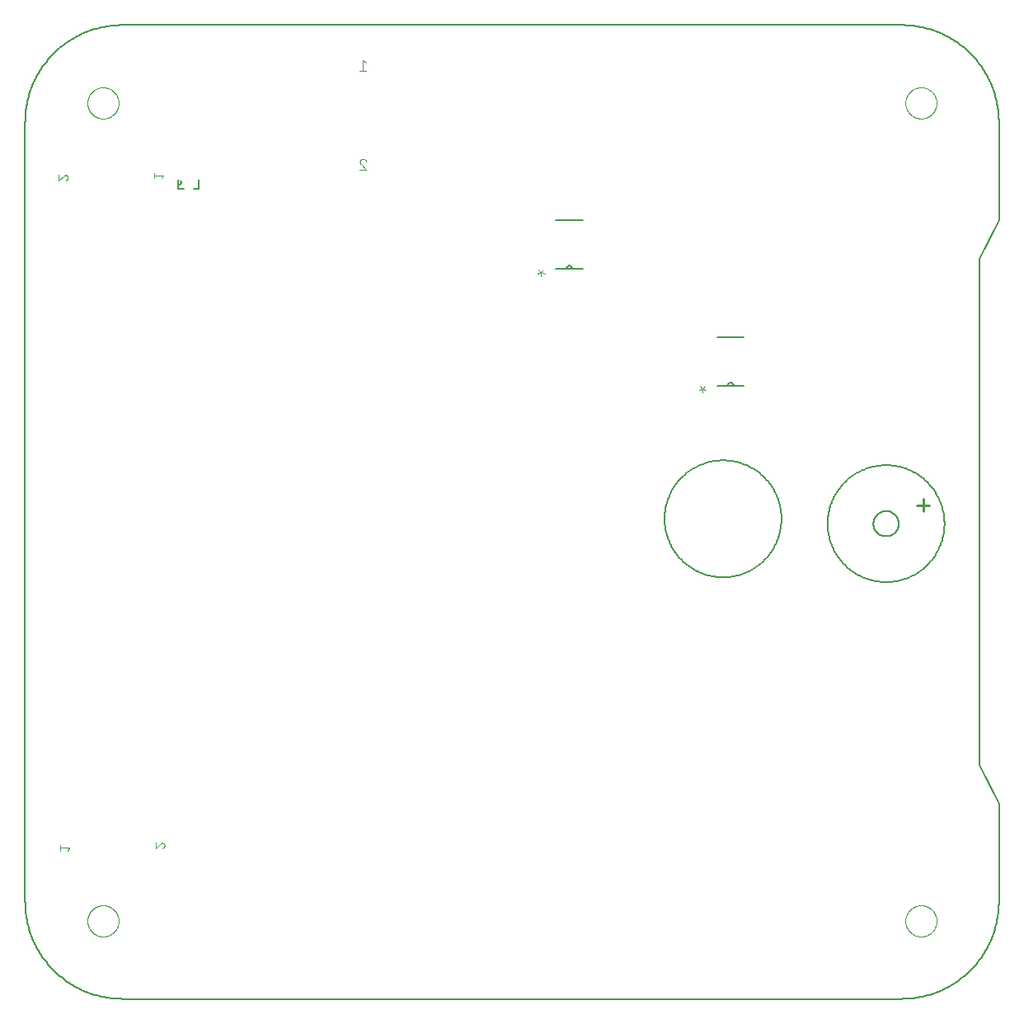
<source format=gbo>
G75*
%MOIN*%
%OFA0B0*%
%FSLAX25Y25*%
%IPPOS*%
%LPD*%
%AMOC8*
5,1,8,0,0,1.08239X$1,22.5*
%
%ADD10C,0.00600*%
%ADD11C,0.00000*%
%ADD12C,0.00300*%
%ADD13C,0.00400*%
%ADD14C,0.00500*%
%ADD15C,0.01000*%
D10*
X0073544Y0042166D02*
X0388505Y0042166D01*
X0389456Y0042177D01*
X0390407Y0042212D01*
X0391357Y0042269D01*
X0392305Y0042350D01*
X0393251Y0042453D01*
X0394194Y0042579D01*
X0395133Y0042728D01*
X0396069Y0042899D01*
X0397000Y0043094D01*
X0397927Y0043310D01*
X0398848Y0043549D01*
X0399763Y0043810D01*
X0400671Y0044093D01*
X0401572Y0044398D01*
X0402466Y0044724D01*
X0403351Y0045073D01*
X0404228Y0045442D01*
X0405096Y0045832D01*
X0405953Y0046244D01*
X0406801Y0046676D01*
X0407638Y0047128D01*
X0408464Y0047600D01*
X0409278Y0048092D01*
X0410080Y0048604D01*
X0410870Y0049135D01*
X0411646Y0049685D01*
X0412409Y0050253D01*
X0413158Y0050840D01*
X0413892Y0051445D01*
X0414612Y0052067D01*
X0415317Y0052707D01*
X0416005Y0053363D01*
X0416678Y0054036D01*
X0417334Y0054724D01*
X0417974Y0055429D01*
X0418596Y0056149D01*
X0419201Y0056883D01*
X0419788Y0057632D01*
X0420356Y0058395D01*
X0420906Y0059171D01*
X0421437Y0059961D01*
X0421949Y0060763D01*
X0422441Y0061577D01*
X0422913Y0062403D01*
X0423365Y0063240D01*
X0423797Y0064088D01*
X0424209Y0064945D01*
X0424599Y0065813D01*
X0424968Y0066690D01*
X0425317Y0067575D01*
X0425643Y0068469D01*
X0425948Y0069370D01*
X0426231Y0070278D01*
X0426492Y0071193D01*
X0426731Y0072114D01*
X0426947Y0073041D01*
X0427142Y0073972D01*
X0427313Y0074908D01*
X0427462Y0075847D01*
X0427588Y0076790D01*
X0427691Y0077736D01*
X0427772Y0078684D01*
X0427829Y0079634D01*
X0427864Y0080585D01*
X0427875Y0081536D01*
X0427875Y0120906D01*
X0420001Y0136654D01*
X0420001Y0341379D01*
X0427875Y0357127D01*
X0427875Y0396497D01*
X0427864Y0397448D01*
X0427829Y0398399D01*
X0427772Y0399349D01*
X0427691Y0400297D01*
X0427588Y0401243D01*
X0427462Y0402186D01*
X0427313Y0403125D01*
X0427142Y0404061D01*
X0426947Y0404992D01*
X0426731Y0405919D01*
X0426492Y0406840D01*
X0426231Y0407755D01*
X0425948Y0408663D01*
X0425643Y0409564D01*
X0425317Y0410458D01*
X0424968Y0411343D01*
X0424599Y0412220D01*
X0424209Y0413088D01*
X0423797Y0413945D01*
X0423365Y0414793D01*
X0422913Y0415630D01*
X0422441Y0416456D01*
X0421949Y0417270D01*
X0421437Y0418072D01*
X0420906Y0418862D01*
X0420356Y0419638D01*
X0419788Y0420401D01*
X0419201Y0421150D01*
X0418596Y0421884D01*
X0417974Y0422604D01*
X0417334Y0423309D01*
X0416678Y0423997D01*
X0416005Y0424670D01*
X0415317Y0425326D01*
X0414612Y0425966D01*
X0413892Y0426588D01*
X0413158Y0427193D01*
X0412409Y0427780D01*
X0411646Y0428348D01*
X0410870Y0428898D01*
X0410080Y0429429D01*
X0409278Y0429941D01*
X0408464Y0430433D01*
X0407638Y0430905D01*
X0406801Y0431357D01*
X0405953Y0431789D01*
X0405096Y0432201D01*
X0404228Y0432591D01*
X0403351Y0432960D01*
X0402466Y0433309D01*
X0401572Y0433635D01*
X0400671Y0433940D01*
X0399763Y0434223D01*
X0398848Y0434484D01*
X0397927Y0434723D01*
X0397000Y0434939D01*
X0396069Y0435134D01*
X0395133Y0435305D01*
X0394194Y0435454D01*
X0393251Y0435580D01*
X0392305Y0435683D01*
X0391357Y0435764D01*
X0390407Y0435821D01*
X0389456Y0435856D01*
X0388505Y0435867D01*
X0073544Y0435867D01*
X0072593Y0435856D01*
X0071642Y0435821D01*
X0070692Y0435764D01*
X0069744Y0435683D01*
X0068798Y0435580D01*
X0067855Y0435454D01*
X0066916Y0435305D01*
X0065980Y0435134D01*
X0065049Y0434939D01*
X0064122Y0434723D01*
X0063201Y0434484D01*
X0062286Y0434223D01*
X0061378Y0433940D01*
X0060477Y0433635D01*
X0059583Y0433309D01*
X0058698Y0432960D01*
X0057821Y0432591D01*
X0056953Y0432201D01*
X0056096Y0431789D01*
X0055248Y0431357D01*
X0054411Y0430905D01*
X0053585Y0430433D01*
X0052771Y0429941D01*
X0051969Y0429429D01*
X0051179Y0428898D01*
X0050403Y0428348D01*
X0049640Y0427780D01*
X0048891Y0427193D01*
X0048157Y0426588D01*
X0047437Y0425966D01*
X0046732Y0425326D01*
X0046044Y0424670D01*
X0045371Y0423997D01*
X0044715Y0423309D01*
X0044075Y0422604D01*
X0043453Y0421884D01*
X0042848Y0421150D01*
X0042261Y0420401D01*
X0041693Y0419638D01*
X0041143Y0418862D01*
X0040612Y0418072D01*
X0040100Y0417270D01*
X0039608Y0416456D01*
X0039136Y0415630D01*
X0038684Y0414793D01*
X0038252Y0413945D01*
X0037840Y0413088D01*
X0037450Y0412220D01*
X0037081Y0411343D01*
X0036732Y0410458D01*
X0036406Y0409564D01*
X0036101Y0408663D01*
X0035818Y0407755D01*
X0035557Y0406840D01*
X0035318Y0405919D01*
X0035102Y0404992D01*
X0034907Y0404061D01*
X0034736Y0403125D01*
X0034587Y0402186D01*
X0034461Y0401243D01*
X0034358Y0400297D01*
X0034277Y0399349D01*
X0034220Y0398399D01*
X0034185Y0397448D01*
X0034174Y0396497D01*
X0034174Y0081536D01*
X0034185Y0080585D01*
X0034220Y0079634D01*
X0034277Y0078684D01*
X0034358Y0077736D01*
X0034461Y0076790D01*
X0034587Y0075847D01*
X0034736Y0074908D01*
X0034907Y0073972D01*
X0035102Y0073041D01*
X0035318Y0072114D01*
X0035557Y0071193D01*
X0035818Y0070278D01*
X0036101Y0069370D01*
X0036406Y0068469D01*
X0036732Y0067575D01*
X0037081Y0066690D01*
X0037450Y0065813D01*
X0037840Y0064945D01*
X0038252Y0064088D01*
X0038684Y0063240D01*
X0039136Y0062403D01*
X0039608Y0061577D01*
X0040100Y0060763D01*
X0040612Y0059961D01*
X0041143Y0059171D01*
X0041693Y0058395D01*
X0042261Y0057632D01*
X0042848Y0056883D01*
X0043453Y0056149D01*
X0044075Y0055429D01*
X0044715Y0054724D01*
X0045371Y0054036D01*
X0046044Y0053363D01*
X0046732Y0052707D01*
X0047437Y0052067D01*
X0048157Y0051445D01*
X0048891Y0050840D01*
X0049640Y0050253D01*
X0050403Y0049685D01*
X0051179Y0049135D01*
X0051969Y0048604D01*
X0052771Y0048092D01*
X0053585Y0047600D01*
X0054411Y0047128D01*
X0055248Y0046676D01*
X0056096Y0046244D01*
X0056953Y0045832D01*
X0057821Y0045442D01*
X0058698Y0045073D01*
X0059583Y0044724D01*
X0060477Y0044398D01*
X0061378Y0044093D01*
X0062286Y0043810D01*
X0063201Y0043549D01*
X0064122Y0043310D01*
X0065049Y0043094D01*
X0065980Y0042899D01*
X0066916Y0042728D01*
X0067855Y0042579D01*
X0068798Y0042453D01*
X0069744Y0042350D01*
X0070692Y0042269D01*
X0071642Y0042212D01*
X0072593Y0042177D01*
X0073544Y0042166D01*
X0314010Y0290122D02*
X0318210Y0290122D01*
X0320610Y0290122D01*
X0324810Y0290122D01*
X0320610Y0290122D02*
X0320608Y0290191D01*
X0320602Y0290259D01*
X0320592Y0290327D01*
X0320579Y0290394D01*
X0320561Y0290460D01*
X0320540Y0290525D01*
X0320515Y0290589D01*
X0320487Y0290651D01*
X0320455Y0290712D01*
X0320420Y0290771D01*
X0320381Y0290827D01*
X0320339Y0290882D01*
X0320294Y0290933D01*
X0320246Y0290983D01*
X0320196Y0291029D01*
X0320143Y0291072D01*
X0320087Y0291113D01*
X0320030Y0291150D01*
X0319970Y0291183D01*
X0319908Y0291214D01*
X0319845Y0291240D01*
X0319781Y0291263D01*
X0319715Y0291283D01*
X0319648Y0291298D01*
X0319581Y0291310D01*
X0319513Y0291318D01*
X0319444Y0291322D01*
X0319376Y0291322D01*
X0319307Y0291318D01*
X0319239Y0291310D01*
X0319172Y0291298D01*
X0319105Y0291283D01*
X0319039Y0291263D01*
X0318975Y0291240D01*
X0318912Y0291214D01*
X0318850Y0291183D01*
X0318790Y0291150D01*
X0318733Y0291113D01*
X0318677Y0291072D01*
X0318624Y0291029D01*
X0318574Y0290983D01*
X0318526Y0290933D01*
X0318481Y0290882D01*
X0318439Y0290827D01*
X0318400Y0290771D01*
X0318365Y0290712D01*
X0318333Y0290651D01*
X0318305Y0290589D01*
X0318280Y0290525D01*
X0318259Y0290460D01*
X0318241Y0290394D01*
X0318228Y0290327D01*
X0318218Y0290259D01*
X0318212Y0290191D01*
X0318210Y0290122D01*
X0314010Y0309722D02*
X0324810Y0309722D01*
X0259574Y0337366D02*
X0255374Y0337366D01*
X0252974Y0337366D01*
X0248774Y0337366D01*
X0252974Y0337366D02*
X0252976Y0337435D01*
X0252982Y0337503D01*
X0252992Y0337571D01*
X0253005Y0337638D01*
X0253023Y0337704D01*
X0253044Y0337769D01*
X0253069Y0337833D01*
X0253097Y0337895D01*
X0253129Y0337956D01*
X0253164Y0338015D01*
X0253203Y0338071D01*
X0253245Y0338126D01*
X0253290Y0338177D01*
X0253338Y0338227D01*
X0253388Y0338273D01*
X0253441Y0338316D01*
X0253497Y0338357D01*
X0253554Y0338394D01*
X0253614Y0338427D01*
X0253676Y0338458D01*
X0253739Y0338484D01*
X0253803Y0338507D01*
X0253869Y0338527D01*
X0253936Y0338542D01*
X0254003Y0338554D01*
X0254071Y0338562D01*
X0254140Y0338566D01*
X0254208Y0338566D01*
X0254277Y0338562D01*
X0254345Y0338554D01*
X0254412Y0338542D01*
X0254479Y0338527D01*
X0254545Y0338507D01*
X0254609Y0338484D01*
X0254672Y0338458D01*
X0254734Y0338427D01*
X0254794Y0338394D01*
X0254851Y0338357D01*
X0254907Y0338316D01*
X0254960Y0338273D01*
X0255010Y0338227D01*
X0255058Y0338177D01*
X0255103Y0338126D01*
X0255145Y0338071D01*
X0255184Y0338015D01*
X0255219Y0337956D01*
X0255251Y0337895D01*
X0255279Y0337833D01*
X0255304Y0337769D01*
X0255325Y0337704D01*
X0255343Y0337638D01*
X0255356Y0337571D01*
X0255366Y0337503D01*
X0255372Y0337435D01*
X0255374Y0337366D01*
X0259574Y0356966D02*
X0248774Y0356966D01*
X0104425Y0369579D02*
X0102225Y0369579D01*
X0104425Y0369579D02*
X0104425Y0373279D01*
X0098225Y0369579D02*
X0096025Y0369579D01*
X0096025Y0371179D01*
X0096025Y0373279D01*
X0097125Y0372879D02*
X0097151Y0372815D01*
X0097174Y0372751D01*
X0097192Y0372685D01*
X0097208Y0372618D01*
X0097219Y0372550D01*
X0097226Y0372482D01*
X0097230Y0372413D01*
X0097229Y0372345D01*
X0097225Y0372276D01*
X0097217Y0372208D01*
X0097205Y0372141D01*
X0097189Y0372074D01*
X0097169Y0372008D01*
X0097146Y0371944D01*
X0097119Y0371880D01*
X0097089Y0371819D01*
X0097055Y0371759D01*
X0097017Y0371702D01*
X0096977Y0371646D01*
X0096933Y0371593D01*
X0096887Y0371543D01*
X0096837Y0371495D01*
X0096786Y0371450D01*
X0096731Y0371409D01*
X0096674Y0371370D01*
X0096616Y0371335D01*
X0096555Y0371303D01*
X0096493Y0371274D01*
X0096429Y0371249D01*
X0096363Y0371228D01*
X0096297Y0371211D01*
X0096230Y0371197D01*
X0096162Y0371187D01*
X0096094Y0371181D01*
X0096025Y0371179D01*
D11*
X0059371Y0404371D02*
X0059373Y0404529D01*
X0059379Y0404687D01*
X0059389Y0404845D01*
X0059403Y0405003D01*
X0059421Y0405160D01*
X0059442Y0405317D01*
X0059468Y0405473D01*
X0059498Y0405629D01*
X0059531Y0405784D01*
X0059569Y0405937D01*
X0059610Y0406090D01*
X0059655Y0406242D01*
X0059704Y0406393D01*
X0059757Y0406542D01*
X0059813Y0406690D01*
X0059873Y0406836D01*
X0059937Y0406981D01*
X0060005Y0407124D01*
X0060076Y0407266D01*
X0060150Y0407406D01*
X0060228Y0407543D01*
X0060310Y0407679D01*
X0060394Y0407813D01*
X0060483Y0407944D01*
X0060574Y0408073D01*
X0060669Y0408200D01*
X0060766Y0408325D01*
X0060867Y0408447D01*
X0060971Y0408566D01*
X0061078Y0408683D01*
X0061188Y0408797D01*
X0061301Y0408908D01*
X0061416Y0409017D01*
X0061534Y0409122D01*
X0061655Y0409224D01*
X0061778Y0409324D01*
X0061904Y0409420D01*
X0062032Y0409513D01*
X0062162Y0409603D01*
X0062295Y0409689D01*
X0062430Y0409773D01*
X0062566Y0409852D01*
X0062705Y0409929D01*
X0062846Y0410001D01*
X0062988Y0410071D01*
X0063132Y0410136D01*
X0063278Y0410198D01*
X0063425Y0410256D01*
X0063574Y0410311D01*
X0063724Y0410362D01*
X0063875Y0410409D01*
X0064027Y0410452D01*
X0064180Y0410491D01*
X0064335Y0410527D01*
X0064490Y0410558D01*
X0064646Y0410586D01*
X0064802Y0410610D01*
X0064959Y0410630D01*
X0065117Y0410646D01*
X0065274Y0410658D01*
X0065433Y0410666D01*
X0065591Y0410670D01*
X0065749Y0410670D01*
X0065907Y0410666D01*
X0066066Y0410658D01*
X0066223Y0410646D01*
X0066381Y0410630D01*
X0066538Y0410610D01*
X0066694Y0410586D01*
X0066850Y0410558D01*
X0067005Y0410527D01*
X0067160Y0410491D01*
X0067313Y0410452D01*
X0067465Y0410409D01*
X0067616Y0410362D01*
X0067766Y0410311D01*
X0067915Y0410256D01*
X0068062Y0410198D01*
X0068208Y0410136D01*
X0068352Y0410071D01*
X0068494Y0410001D01*
X0068635Y0409929D01*
X0068774Y0409852D01*
X0068910Y0409773D01*
X0069045Y0409689D01*
X0069178Y0409603D01*
X0069308Y0409513D01*
X0069436Y0409420D01*
X0069562Y0409324D01*
X0069685Y0409224D01*
X0069806Y0409122D01*
X0069924Y0409017D01*
X0070039Y0408908D01*
X0070152Y0408797D01*
X0070262Y0408683D01*
X0070369Y0408566D01*
X0070473Y0408447D01*
X0070574Y0408325D01*
X0070671Y0408200D01*
X0070766Y0408073D01*
X0070857Y0407944D01*
X0070946Y0407813D01*
X0071030Y0407679D01*
X0071112Y0407543D01*
X0071190Y0407406D01*
X0071264Y0407266D01*
X0071335Y0407124D01*
X0071403Y0406981D01*
X0071467Y0406836D01*
X0071527Y0406690D01*
X0071583Y0406542D01*
X0071636Y0406393D01*
X0071685Y0406242D01*
X0071730Y0406090D01*
X0071771Y0405937D01*
X0071809Y0405784D01*
X0071842Y0405629D01*
X0071872Y0405473D01*
X0071898Y0405317D01*
X0071919Y0405160D01*
X0071937Y0405003D01*
X0071951Y0404845D01*
X0071961Y0404687D01*
X0071967Y0404529D01*
X0071969Y0404371D01*
X0071967Y0404213D01*
X0071961Y0404055D01*
X0071951Y0403897D01*
X0071937Y0403739D01*
X0071919Y0403582D01*
X0071898Y0403425D01*
X0071872Y0403269D01*
X0071842Y0403113D01*
X0071809Y0402958D01*
X0071771Y0402805D01*
X0071730Y0402652D01*
X0071685Y0402500D01*
X0071636Y0402349D01*
X0071583Y0402200D01*
X0071527Y0402052D01*
X0071467Y0401906D01*
X0071403Y0401761D01*
X0071335Y0401618D01*
X0071264Y0401476D01*
X0071190Y0401336D01*
X0071112Y0401199D01*
X0071030Y0401063D01*
X0070946Y0400929D01*
X0070857Y0400798D01*
X0070766Y0400669D01*
X0070671Y0400542D01*
X0070574Y0400417D01*
X0070473Y0400295D01*
X0070369Y0400176D01*
X0070262Y0400059D01*
X0070152Y0399945D01*
X0070039Y0399834D01*
X0069924Y0399725D01*
X0069806Y0399620D01*
X0069685Y0399518D01*
X0069562Y0399418D01*
X0069436Y0399322D01*
X0069308Y0399229D01*
X0069178Y0399139D01*
X0069045Y0399053D01*
X0068910Y0398969D01*
X0068774Y0398890D01*
X0068635Y0398813D01*
X0068494Y0398741D01*
X0068352Y0398671D01*
X0068208Y0398606D01*
X0068062Y0398544D01*
X0067915Y0398486D01*
X0067766Y0398431D01*
X0067616Y0398380D01*
X0067465Y0398333D01*
X0067313Y0398290D01*
X0067160Y0398251D01*
X0067005Y0398215D01*
X0066850Y0398184D01*
X0066694Y0398156D01*
X0066538Y0398132D01*
X0066381Y0398112D01*
X0066223Y0398096D01*
X0066066Y0398084D01*
X0065907Y0398076D01*
X0065749Y0398072D01*
X0065591Y0398072D01*
X0065433Y0398076D01*
X0065274Y0398084D01*
X0065117Y0398096D01*
X0064959Y0398112D01*
X0064802Y0398132D01*
X0064646Y0398156D01*
X0064490Y0398184D01*
X0064335Y0398215D01*
X0064180Y0398251D01*
X0064027Y0398290D01*
X0063875Y0398333D01*
X0063724Y0398380D01*
X0063574Y0398431D01*
X0063425Y0398486D01*
X0063278Y0398544D01*
X0063132Y0398606D01*
X0062988Y0398671D01*
X0062846Y0398741D01*
X0062705Y0398813D01*
X0062566Y0398890D01*
X0062430Y0398969D01*
X0062295Y0399053D01*
X0062162Y0399139D01*
X0062032Y0399229D01*
X0061904Y0399322D01*
X0061778Y0399418D01*
X0061655Y0399518D01*
X0061534Y0399620D01*
X0061416Y0399725D01*
X0061301Y0399834D01*
X0061188Y0399945D01*
X0061078Y0400059D01*
X0060971Y0400176D01*
X0060867Y0400295D01*
X0060766Y0400417D01*
X0060669Y0400542D01*
X0060574Y0400669D01*
X0060483Y0400798D01*
X0060394Y0400929D01*
X0060310Y0401063D01*
X0060228Y0401199D01*
X0060150Y0401336D01*
X0060076Y0401476D01*
X0060005Y0401618D01*
X0059937Y0401761D01*
X0059873Y0401906D01*
X0059813Y0402052D01*
X0059757Y0402200D01*
X0059704Y0402349D01*
X0059655Y0402500D01*
X0059610Y0402652D01*
X0059569Y0402805D01*
X0059531Y0402958D01*
X0059498Y0403113D01*
X0059468Y0403269D01*
X0059442Y0403425D01*
X0059421Y0403582D01*
X0059403Y0403739D01*
X0059389Y0403897D01*
X0059379Y0404055D01*
X0059373Y0404213D01*
X0059371Y0404371D01*
X0059371Y0073662D02*
X0059373Y0073820D01*
X0059379Y0073978D01*
X0059389Y0074136D01*
X0059403Y0074294D01*
X0059421Y0074451D01*
X0059442Y0074608D01*
X0059468Y0074764D01*
X0059498Y0074920D01*
X0059531Y0075075D01*
X0059569Y0075228D01*
X0059610Y0075381D01*
X0059655Y0075533D01*
X0059704Y0075684D01*
X0059757Y0075833D01*
X0059813Y0075981D01*
X0059873Y0076127D01*
X0059937Y0076272D01*
X0060005Y0076415D01*
X0060076Y0076557D01*
X0060150Y0076697D01*
X0060228Y0076834D01*
X0060310Y0076970D01*
X0060394Y0077104D01*
X0060483Y0077235D01*
X0060574Y0077364D01*
X0060669Y0077491D01*
X0060766Y0077616D01*
X0060867Y0077738D01*
X0060971Y0077857D01*
X0061078Y0077974D01*
X0061188Y0078088D01*
X0061301Y0078199D01*
X0061416Y0078308D01*
X0061534Y0078413D01*
X0061655Y0078515D01*
X0061778Y0078615D01*
X0061904Y0078711D01*
X0062032Y0078804D01*
X0062162Y0078894D01*
X0062295Y0078980D01*
X0062430Y0079064D01*
X0062566Y0079143D01*
X0062705Y0079220D01*
X0062846Y0079292D01*
X0062988Y0079362D01*
X0063132Y0079427D01*
X0063278Y0079489D01*
X0063425Y0079547D01*
X0063574Y0079602D01*
X0063724Y0079653D01*
X0063875Y0079700D01*
X0064027Y0079743D01*
X0064180Y0079782D01*
X0064335Y0079818D01*
X0064490Y0079849D01*
X0064646Y0079877D01*
X0064802Y0079901D01*
X0064959Y0079921D01*
X0065117Y0079937D01*
X0065274Y0079949D01*
X0065433Y0079957D01*
X0065591Y0079961D01*
X0065749Y0079961D01*
X0065907Y0079957D01*
X0066066Y0079949D01*
X0066223Y0079937D01*
X0066381Y0079921D01*
X0066538Y0079901D01*
X0066694Y0079877D01*
X0066850Y0079849D01*
X0067005Y0079818D01*
X0067160Y0079782D01*
X0067313Y0079743D01*
X0067465Y0079700D01*
X0067616Y0079653D01*
X0067766Y0079602D01*
X0067915Y0079547D01*
X0068062Y0079489D01*
X0068208Y0079427D01*
X0068352Y0079362D01*
X0068494Y0079292D01*
X0068635Y0079220D01*
X0068774Y0079143D01*
X0068910Y0079064D01*
X0069045Y0078980D01*
X0069178Y0078894D01*
X0069308Y0078804D01*
X0069436Y0078711D01*
X0069562Y0078615D01*
X0069685Y0078515D01*
X0069806Y0078413D01*
X0069924Y0078308D01*
X0070039Y0078199D01*
X0070152Y0078088D01*
X0070262Y0077974D01*
X0070369Y0077857D01*
X0070473Y0077738D01*
X0070574Y0077616D01*
X0070671Y0077491D01*
X0070766Y0077364D01*
X0070857Y0077235D01*
X0070946Y0077104D01*
X0071030Y0076970D01*
X0071112Y0076834D01*
X0071190Y0076697D01*
X0071264Y0076557D01*
X0071335Y0076415D01*
X0071403Y0076272D01*
X0071467Y0076127D01*
X0071527Y0075981D01*
X0071583Y0075833D01*
X0071636Y0075684D01*
X0071685Y0075533D01*
X0071730Y0075381D01*
X0071771Y0075228D01*
X0071809Y0075075D01*
X0071842Y0074920D01*
X0071872Y0074764D01*
X0071898Y0074608D01*
X0071919Y0074451D01*
X0071937Y0074294D01*
X0071951Y0074136D01*
X0071961Y0073978D01*
X0071967Y0073820D01*
X0071969Y0073662D01*
X0071967Y0073504D01*
X0071961Y0073346D01*
X0071951Y0073188D01*
X0071937Y0073030D01*
X0071919Y0072873D01*
X0071898Y0072716D01*
X0071872Y0072560D01*
X0071842Y0072404D01*
X0071809Y0072249D01*
X0071771Y0072096D01*
X0071730Y0071943D01*
X0071685Y0071791D01*
X0071636Y0071640D01*
X0071583Y0071491D01*
X0071527Y0071343D01*
X0071467Y0071197D01*
X0071403Y0071052D01*
X0071335Y0070909D01*
X0071264Y0070767D01*
X0071190Y0070627D01*
X0071112Y0070490D01*
X0071030Y0070354D01*
X0070946Y0070220D01*
X0070857Y0070089D01*
X0070766Y0069960D01*
X0070671Y0069833D01*
X0070574Y0069708D01*
X0070473Y0069586D01*
X0070369Y0069467D01*
X0070262Y0069350D01*
X0070152Y0069236D01*
X0070039Y0069125D01*
X0069924Y0069016D01*
X0069806Y0068911D01*
X0069685Y0068809D01*
X0069562Y0068709D01*
X0069436Y0068613D01*
X0069308Y0068520D01*
X0069178Y0068430D01*
X0069045Y0068344D01*
X0068910Y0068260D01*
X0068774Y0068181D01*
X0068635Y0068104D01*
X0068494Y0068032D01*
X0068352Y0067962D01*
X0068208Y0067897D01*
X0068062Y0067835D01*
X0067915Y0067777D01*
X0067766Y0067722D01*
X0067616Y0067671D01*
X0067465Y0067624D01*
X0067313Y0067581D01*
X0067160Y0067542D01*
X0067005Y0067506D01*
X0066850Y0067475D01*
X0066694Y0067447D01*
X0066538Y0067423D01*
X0066381Y0067403D01*
X0066223Y0067387D01*
X0066066Y0067375D01*
X0065907Y0067367D01*
X0065749Y0067363D01*
X0065591Y0067363D01*
X0065433Y0067367D01*
X0065274Y0067375D01*
X0065117Y0067387D01*
X0064959Y0067403D01*
X0064802Y0067423D01*
X0064646Y0067447D01*
X0064490Y0067475D01*
X0064335Y0067506D01*
X0064180Y0067542D01*
X0064027Y0067581D01*
X0063875Y0067624D01*
X0063724Y0067671D01*
X0063574Y0067722D01*
X0063425Y0067777D01*
X0063278Y0067835D01*
X0063132Y0067897D01*
X0062988Y0067962D01*
X0062846Y0068032D01*
X0062705Y0068104D01*
X0062566Y0068181D01*
X0062430Y0068260D01*
X0062295Y0068344D01*
X0062162Y0068430D01*
X0062032Y0068520D01*
X0061904Y0068613D01*
X0061778Y0068709D01*
X0061655Y0068809D01*
X0061534Y0068911D01*
X0061416Y0069016D01*
X0061301Y0069125D01*
X0061188Y0069236D01*
X0061078Y0069350D01*
X0060971Y0069467D01*
X0060867Y0069586D01*
X0060766Y0069708D01*
X0060669Y0069833D01*
X0060574Y0069960D01*
X0060483Y0070089D01*
X0060394Y0070220D01*
X0060310Y0070354D01*
X0060228Y0070490D01*
X0060150Y0070627D01*
X0060076Y0070767D01*
X0060005Y0070909D01*
X0059937Y0071052D01*
X0059873Y0071197D01*
X0059813Y0071343D01*
X0059757Y0071491D01*
X0059704Y0071640D01*
X0059655Y0071791D01*
X0059610Y0071943D01*
X0059569Y0072096D01*
X0059531Y0072249D01*
X0059498Y0072404D01*
X0059468Y0072560D01*
X0059442Y0072716D01*
X0059421Y0072873D01*
X0059403Y0073030D01*
X0059389Y0073188D01*
X0059379Y0073346D01*
X0059373Y0073504D01*
X0059371Y0073662D01*
X0390080Y0073662D02*
X0390082Y0073820D01*
X0390088Y0073978D01*
X0390098Y0074136D01*
X0390112Y0074294D01*
X0390130Y0074451D01*
X0390151Y0074608D01*
X0390177Y0074764D01*
X0390207Y0074920D01*
X0390240Y0075075D01*
X0390278Y0075228D01*
X0390319Y0075381D01*
X0390364Y0075533D01*
X0390413Y0075684D01*
X0390466Y0075833D01*
X0390522Y0075981D01*
X0390582Y0076127D01*
X0390646Y0076272D01*
X0390714Y0076415D01*
X0390785Y0076557D01*
X0390859Y0076697D01*
X0390937Y0076834D01*
X0391019Y0076970D01*
X0391103Y0077104D01*
X0391192Y0077235D01*
X0391283Y0077364D01*
X0391378Y0077491D01*
X0391475Y0077616D01*
X0391576Y0077738D01*
X0391680Y0077857D01*
X0391787Y0077974D01*
X0391897Y0078088D01*
X0392010Y0078199D01*
X0392125Y0078308D01*
X0392243Y0078413D01*
X0392364Y0078515D01*
X0392487Y0078615D01*
X0392613Y0078711D01*
X0392741Y0078804D01*
X0392871Y0078894D01*
X0393004Y0078980D01*
X0393139Y0079064D01*
X0393275Y0079143D01*
X0393414Y0079220D01*
X0393555Y0079292D01*
X0393697Y0079362D01*
X0393841Y0079427D01*
X0393987Y0079489D01*
X0394134Y0079547D01*
X0394283Y0079602D01*
X0394433Y0079653D01*
X0394584Y0079700D01*
X0394736Y0079743D01*
X0394889Y0079782D01*
X0395044Y0079818D01*
X0395199Y0079849D01*
X0395355Y0079877D01*
X0395511Y0079901D01*
X0395668Y0079921D01*
X0395826Y0079937D01*
X0395983Y0079949D01*
X0396142Y0079957D01*
X0396300Y0079961D01*
X0396458Y0079961D01*
X0396616Y0079957D01*
X0396775Y0079949D01*
X0396932Y0079937D01*
X0397090Y0079921D01*
X0397247Y0079901D01*
X0397403Y0079877D01*
X0397559Y0079849D01*
X0397714Y0079818D01*
X0397869Y0079782D01*
X0398022Y0079743D01*
X0398174Y0079700D01*
X0398325Y0079653D01*
X0398475Y0079602D01*
X0398624Y0079547D01*
X0398771Y0079489D01*
X0398917Y0079427D01*
X0399061Y0079362D01*
X0399203Y0079292D01*
X0399344Y0079220D01*
X0399483Y0079143D01*
X0399619Y0079064D01*
X0399754Y0078980D01*
X0399887Y0078894D01*
X0400017Y0078804D01*
X0400145Y0078711D01*
X0400271Y0078615D01*
X0400394Y0078515D01*
X0400515Y0078413D01*
X0400633Y0078308D01*
X0400748Y0078199D01*
X0400861Y0078088D01*
X0400971Y0077974D01*
X0401078Y0077857D01*
X0401182Y0077738D01*
X0401283Y0077616D01*
X0401380Y0077491D01*
X0401475Y0077364D01*
X0401566Y0077235D01*
X0401655Y0077104D01*
X0401739Y0076970D01*
X0401821Y0076834D01*
X0401899Y0076697D01*
X0401973Y0076557D01*
X0402044Y0076415D01*
X0402112Y0076272D01*
X0402176Y0076127D01*
X0402236Y0075981D01*
X0402292Y0075833D01*
X0402345Y0075684D01*
X0402394Y0075533D01*
X0402439Y0075381D01*
X0402480Y0075228D01*
X0402518Y0075075D01*
X0402551Y0074920D01*
X0402581Y0074764D01*
X0402607Y0074608D01*
X0402628Y0074451D01*
X0402646Y0074294D01*
X0402660Y0074136D01*
X0402670Y0073978D01*
X0402676Y0073820D01*
X0402678Y0073662D01*
X0402676Y0073504D01*
X0402670Y0073346D01*
X0402660Y0073188D01*
X0402646Y0073030D01*
X0402628Y0072873D01*
X0402607Y0072716D01*
X0402581Y0072560D01*
X0402551Y0072404D01*
X0402518Y0072249D01*
X0402480Y0072096D01*
X0402439Y0071943D01*
X0402394Y0071791D01*
X0402345Y0071640D01*
X0402292Y0071491D01*
X0402236Y0071343D01*
X0402176Y0071197D01*
X0402112Y0071052D01*
X0402044Y0070909D01*
X0401973Y0070767D01*
X0401899Y0070627D01*
X0401821Y0070490D01*
X0401739Y0070354D01*
X0401655Y0070220D01*
X0401566Y0070089D01*
X0401475Y0069960D01*
X0401380Y0069833D01*
X0401283Y0069708D01*
X0401182Y0069586D01*
X0401078Y0069467D01*
X0400971Y0069350D01*
X0400861Y0069236D01*
X0400748Y0069125D01*
X0400633Y0069016D01*
X0400515Y0068911D01*
X0400394Y0068809D01*
X0400271Y0068709D01*
X0400145Y0068613D01*
X0400017Y0068520D01*
X0399887Y0068430D01*
X0399754Y0068344D01*
X0399619Y0068260D01*
X0399483Y0068181D01*
X0399344Y0068104D01*
X0399203Y0068032D01*
X0399061Y0067962D01*
X0398917Y0067897D01*
X0398771Y0067835D01*
X0398624Y0067777D01*
X0398475Y0067722D01*
X0398325Y0067671D01*
X0398174Y0067624D01*
X0398022Y0067581D01*
X0397869Y0067542D01*
X0397714Y0067506D01*
X0397559Y0067475D01*
X0397403Y0067447D01*
X0397247Y0067423D01*
X0397090Y0067403D01*
X0396932Y0067387D01*
X0396775Y0067375D01*
X0396616Y0067367D01*
X0396458Y0067363D01*
X0396300Y0067363D01*
X0396142Y0067367D01*
X0395983Y0067375D01*
X0395826Y0067387D01*
X0395668Y0067403D01*
X0395511Y0067423D01*
X0395355Y0067447D01*
X0395199Y0067475D01*
X0395044Y0067506D01*
X0394889Y0067542D01*
X0394736Y0067581D01*
X0394584Y0067624D01*
X0394433Y0067671D01*
X0394283Y0067722D01*
X0394134Y0067777D01*
X0393987Y0067835D01*
X0393841Y0067897D01*
X0393697Y0067962D01*
X0393555Y0068032D01*
X0393414Y0068104D01*
X0393275Y0068181D01*
X0393139Y0068260D01*
X0393004Y0068344D01*
X0392871Y0068430D01*
X0392741Y0068520D01*
X0392613Y0068613D01*
X0392487Y0068709D01*
X0392364Y0068809D01*
X0392243Y0068911D01*
X0392125Y0069016D01*
X0392010Y0069125D01*
X0391897Y0069236D01*
X0391787Y0069350D01*
X0391680Y0069467D01*
X0391576Y0069586D01*
X0391475Y0069708D01*
X0391378Y0069833D01*
X0391283Y0069960D01*
X0391192Y0070089D01*
X0391103Y0070220D01*
X0391019Y0070354D01*
X0390937Y0070490D01*
X0390859Y0070627D01*
X0390785Y0070767D01*
X0390714Y0070909D01*
X0390646Y0071052D01*
X0390582Y0071197D01*
X0390522Y0071343D01*
X0390466Y0071491D01*
X0390413Y0071640D01*
X0390364Y0071791D01*
X0390319Y0071943D01*
X0390278Y0072096D01*
X0390240Y0072249D01*
X0390207Y0072404D01*
X0390177Y0072560D01*
X0390151Y0072716D01*
X0390130Y0072873D01*
X0390112Y0073030D01*
X0390098Y0073188D01*
X0390088Y0073346D01*
X0390082Y0073504D01*
X0390080Y0073662D01*
X0390080Y0404371D02*
X0390082Y0404529D01*
X0390088Y0404687D01*
X0390098Y0404845D01*
X0390112Y0405003D01*
X0390130Y0405160D01*
X0390151Y0405317D01*
X0390177Y0405473D01*
X0390207Y0405629D01*
X0390240Y0405784D01*
X0390278Y0405937D01*
X0390319Y0406090D01*
X0390364Y0406242D01*
X0390413Y0406393D01*
X0390466Y0406542D01*
X0390522Y0406690D01*
X0390582Y0406836D01*
X0390646Y0406981D01*
X0390714Y0407124D01*
X0390785Y0407266D01*
X0390859Y0407406D01*
X0390937Y0407543D01*
X0391019Y0407679D01*
X0391103Y0407813D01*
X0391192Y0407944D01*
X0391283Y0408073D01*
X0391378Y0408200D01*
X0391475Y0408325D01*
X0391576Y0408447D01*
X0391680Y0408566D01*
X0391787Y0408683D01*
X0391897Y0408797D01*
X0392010Y0408908D01*
X0392125Y0409017D01*
X0392243Y0409122D01*
X0392364Y0409224D01*
X0392487Y0409324D01*
X0392613Y0409420D01*
X0392741Y0409513D01*
X0392871Y0409603D01*
X0393004Y0409689D01*
X0393139Y0409773D01*
X0393275Y0409852D01*
X0393414Y0409929D01*
X0393555Y0410001D01*
X0393697Y0410071D01*
X0393841Y0410136D01*
X0393987Y0410198D01*
X0394134Y0410256D01*
X0394283Y0410311D01*
X0394433Y0410362D01*
X0394584Y0410409D01*
X0394736Y0410452D01*
X0394889Y0410491D01*
X0395044Y0410527D01*
X0395199Y0410558D01*
X0395355Y0410586D01*
X0395511Y0410610D01*
X0395668Y0410630D01*
X0395826Y0410646D01*
X0395983Y0410658D01*
X0396142Y0410666D01*
X0396300Y0410670D01*
X0396458Y0410670D01*
X0396616Y0410666D01*
X0396775Y0410658D01*
X0396932Y0410646D01*
X0397090Y0410630D01*
X0397247Y0410610D01*
X0397403Y0410586D01*
X0397559Y0410558D01*
X0397714Y0410527D01*
X0397869Y0410491D01*
X0398022Y0410452D01*
X0398174Y0410409D01*
X0398325Y0410362D01*
X0398475Y0410311D01*
X0398624Y0410256D01*
X0398771Y0410198D01*
X0398917Y0410136D01*
X0399061Y0410071D01*
X0399203Y0410001D01*
X0399344Y0409929D01*
X0399483Y0409852D01*
X0399619Y0409773D01*
X0399754Y0409689D01*
X0399887Y0409603D01*
X0400017Y0409513D01*
X0400145Y0409420D01*
X0400271Y0409324D01*
X0400394Y0409224D01*
X0400515Y0409122D01*
X0400633Y0409017D01*
X0400748Y0408908D01*
X0400861Y0408797D01*
X0400971Y0408683D01*
X0401078Y0408566D01*
X0401182Y0408447D01*
X0401283Y0408325D01*
X0401380Y0408200D01*
X0401475Y0408073D01*
X0401566Y0407944D01*
X0401655Y0407813D01*
X0401739Y0407679D01*
X0401821Y0407543D01*
X0401899Y0407406D01*
X0401973Y0407266D01*
X0402044Y0407124D01*
X0402112Y0406981D01*
X0402176Y0406836D01*
X0402236Y0406690D01*
X0402292Y0406542D01*
X0402345Y0406393D01*
X0402394Y0406242D01*
X0402439Y0406090D01*
X0402480Y0405937D01*
X0402518Y0405784D01*
X0402551Y0405629D01*
X0402581Y0405473D01*
X0402607Y0405317D01*
X0402628Y0405160D01*
X0402646Y0405003D01*
X0402660Y0404845D01*
X0402670Y0404687D01*
X0402676Y0404529D01*
X0402678Y0404371D01*
X0402676Y0404213D01*
X0402670Y0404055D01*
X0402660Y0403897D01*
X0402646Y0403739D01*
X0402628Y0403582D01*
X0402607Y0403425D01*
X0402581Y0403269D01*
X0402551Y0403113D01*
X0402518Y0402958D01*
X0402480Y0402805D01*
X0402439Y0402652D01*
X0402394Y0402500D01*
X0402345Y0402349D01*
X0402292Y0402200D01*
X0402236Y0402052D01*
X0402176Y0401906D01*
X0402112Y0401761D01*
X0402044Y0401618D01*
X0401973Y0401476D01*
X0401899Y0401336D01*
X0401821Y0401199D01*
X0401739Y0401063D01*
X0401655Y0400929D01*
X0401566Y0400798D01*
X0401475Y0400669D01*
X0401380Y0400542D01*
X0401283Y0400417D01*
X0401182Y0400295D01*
X0401078Y0400176D01*
X0400971Y0400059D01*
X0400861Y0399945D01*
X0400748Y0399834D01*
X0400633Y0399725D01*
X0400515Y0399620D01*
X0400394Y0399518D01*
X0400271Y0399418D01*
X0400145Y0399322D01*
X0400017Y0399229D01*
X0399887Y0399139D01*
X0399754Y0399053D01*
X0399619Y0398969D01*
X0399483Y0398890D01*
X0399344Y0398813D01*
X0399203Y0398741D01*
X0399061Y0398671D01*
X0398917Y0398606D01*
X0398771Y0398544D01*
X0398624Y0398486D01*
X0398475Y0398431D01*
X0398325Y0398380D01*
X0398174Y0398333D01*
X0398022Y0398290D01*
X0397869Y0398251D01*
X0397714Y0398215D01*
X0397559Y0398184D01*
X0397403Y0398156D01*
X0397247Y0398132D01*
X0397090Y0398112D01*
X0396932Y0398096D01*
X0396775Y0398084D01*
X0396616Y0398076D01*
X0396458Y0398072D01*
X0396300Y0398072D01*
X0396142Y0398076D01*
X0395983Y0398084D01*
X0395826Y0398096D01*
X0395668Y0398112D01*
X0395511Y0398132D01*
X0395355Y0398156D01*
X0395199Y0398184D01*
X0395044Y0398215D01*
X0394889Y0398251D01*
X0394736Y0398290D01*
X0394584Y0398333D01*
X0394433Y0398380D01*
X0394283Y0398431D01*
X0394134Y0398486D01*
X0393987Y0398544D01*
X0393841Y0398606D01*
X0393697Y0398671D01*
X0393555Y0398741D01*
X0393414Y0398813D01*
X0393275Y0398890D01*
X0393139Y0398969D01*
X0393004Y0399053D01*
X0392871Y0399139D01*
X0392741Y0399229D01*
X0392613Y0399322D01*
X0392487Y0399418D01*
X0392364Y0399518D01*
X0392243Y0399620D01*
X0392125Y0399725D01*
X0392010Y0399834D01*
X0391897Y0399945D01*
X0391787Y0400059D01*
X0391680Y0400176D01*
X0391576Y0400295D01*
X0391475Y0400417D01*
X0391378Y0400542D01*
X0391283Y0400669D01*
X0391192Y0400798D01*
X0391103Y0400929D01*
X0391019Y0401063D01*
X0390937Y0401199D01*
X0390859Y0401336D01*
X0390785Y0401476D01*
X0390714Y0401618D01*
X0390646Y0401761D01*
X0390582Y0401906D01*
X0390522Y0402052D01*
X0390466Y0402200D01*
X0390413Y0402349D01*
X0390364Y0402500D01*
X0390319Y0402652D01*
X0390278Y0402805D01*
X0390240Y0402958D01*
X0390207Y0403113D01*
X0390177Y0403269D01*
X0390151Y0403425D01*
X0390130Y0403582D01*
X0390112Y0403739D01*
X0390098Y0403897D01*
X0390088Y0404055D01*
X0390082Y0404213D01*
X0390080Y0404371D01*
D12*
X0308910Y0289919D02*
X0307996Y0288744D01*
X0306560Y0288222D01*
X0307996Y0288744D02*
X0309432Y0288222D01*
X0307996Y0288744D02*
X0307082Y0289919D01*
X0307996Y0288744D02*
X0307996Y0287178D01*
X0244196Y0335466D02*
X0242760Y0335988D01*
X0241324Y0335466D01*
X0242760Y0335988D02*
X0241846Y0337163D01*
X0242760Y0335988D02*
X0243674Y0337163D01*
X0242760Y0335988D02*
X0242760Y0334422D01*
X0090040Y0375125D02*
X0086337Y0375125D01*
X0086337Y0374096D02*
X0086337Y0376154D01*
X0089217Y0374096D02*
X0090040Y0375125D01*
X0051497Y0374263D02*
X0051495Y0374321D01*
X0051490Y0374379D01*
X0051481Y0374437D01*
X0051468Y0374494D01*
X0051452Y0374549D01*
X0051432Y0374604D01*
X0051409Y0374658D01*
X0051382Y0374710D01*
X0051353Y0374760D01*
X0051320Y0374808D01*
X0051284Y0374854D01*
X0051246Y0374898D01*
X0051205Y0374939D01*
X0051161Y0374977D01*
X0051115Y0375013D01*
X0051067Y0375046D01*
X0051017Y0375075D01*
X0050965Y0375102D01*
X0050911Y0375125D01*
X0050856Y0375145D01*
X0050801Y0375161D01*
X0050744Y0375174D01*
X0050686Y0375183D01*
X0050628Y0375188D01*
X0050570Y0375190D01*
X0049850Y0374881D02*
X0047791Y0373130D01*
X0047791Y0375189D01*
X0050674Y0373131D02*
X0050738Y0373154D01*
X0050800Y0373180D01*
X0050861Y0373210D01*
X0050921Y0373243D01*
X0050978Y0373280D01*
X0051033Y0373320D01*
X0051086Y0373363D01*
X0051136Y0373409D01*
X0051183Y0373458D01*
X0051228Y0373509D01*
X0051269Y0373563D01*
X0051308Y0373619D01*
X0051343Y0373677D01*
X0051375Y0373738D01*
X0051403Y0373799D01*
X0051428Y0373863D01*
X0051449Y0373927D01*
X0051466Y0373993D01*
X0051480Y0374060D01*
X0051489Y0374127D01*
X0051495Y0374195D01*
X0051497Y0374263D01*
X0050570Y0375189D02*
X0050508Y0375187D01*
X0050446Y0375181D01*
X0050385Y0375172D01*
X0050325Y0375158D01*
X0050265Y0375141D01*
X0050207Y0375120D01*
X0050150Y0375096D01*
X0050094Y0375068D01*
X0050041Y0375037D01*
X0049990Y0375002D01*
X0049940Y0374964D01*
X0049894Y0374924D01*
X0049849Y0374880D01*
X0048308Y0104228D02*
X0048308Y0102171D01*
X0048308Y0103199D02*
X0052011Y0103199D01*
X0051188Y0102171D01*
X0086851Y0103135D02*
X0086851Y0105194D01*
X0086851Y0103135D02*
X0088910Y0104885D01*
X0090557Y0104267D02*
X0090555Y0104199D01*
X0090549Y0104131D01*
X0090540Y0104064D01*
X0090526Y0103997D01*
X0090509Y0103931D01*
X0090488Y0103867D01*
X0090463Y0103803D01*
X0090435Y0103742D01*
X0090403Y0103681D01*
X0090368Y0103623D01*
X0090329Y0103567D01*
X0090288Y0103513D01*
X0090243Y0103462D01*
X0090196Y0103413D01*
X0090146Y0103367D01*
X0090093Y0103324D01*
X0090038Y0103284D01*
X0089981Y0103247D01*
X0089921Y0103214D01*
X0089860Y0103184D01*
X0089798Y0103158D01*
X0089734Y0103135D01*
X0088910Y0104885D02*
X0088955Y0104929D01*
X0089001Y0104969D01*
X0089051Y0105007D01*
X0089102Y0105042D01*
X0089155Y0105073D01*
X0089211Y0105101D01*
X0089268Y0105125D01*
X0089326Y0105146D01*
X0089386Y0105163D01*
X0089446Y0105177D01*
X0089507Y0105186D01*
X0089569Y0105192D01*
X0089631Y0105194D01*
X0089689Y0105192D01*
X0089747Y0105187D01*
X0089805Y0105178D01*
X0089862Y0105165D01*
X0089917Y0105149D01*
X0089972Y0105129D01*
X0090026Y0105106D01*
X0090078Y0105079D01*
X0090128Y0105050D01*
X0090176Y0105017D01*
X0090222Y0104981D01*
X0090266Y0104943D01*
X0090307Y0104902D01*
X0090345Y0104858D01*
X0090381Y0104812D01*
X0090414Y0104764D01*
X0090443Y0104714D01*
X0090470Y0104662D01*
X0090493Y0104608D01*
X0090513Y0104553D01*
X0090529Y0104498D01*
X0090542Y0104441D01*
X0090551Y0104383D01*
X0090556Y0104325D01*
X0090558Y0104267D01*
D13*
X0169508Y0377201D02*
X0172063Y0377201D01*
X0169891Y0379756D01*
X0170658Y0381800D02*
X0170732Y0381798D01*
X0170806Y0381793D01*
X0170880Y0381783D01*
X0170953Y0381770D01*
X0171026Y0381754D01*
X0171097Y0381733D01*
X0171167Y0381709D01*
X0171236Y0381682D01*
X0171304Y0381651D01*
X0171370Y0381617D01*
X0171434Y0381580D01*
X0171496Y0381539D01*
X0171557Y0381495D01*
X0171614Y0381449D01*
X0171670Y0381399D01*
X0171723Y0381347D01*
X0171773Y0381292D01*
X0171820Y0381235D01*
X0171864Y0381175D01*
X0171906Y0381113D01*
X0171944Y0381050D01*
X0171979Y0380984D01*
X0172010Y0380917D01*
X0172038Y0380848D01*
X0172063Y0380778D01*
X0169891Y0379757D02*
X0169844Y0379804D01*
X0169800Y0379854D01*
X0169758Y0379906D01*
X0169719Y0379960D01*
X0169684Y0380016D01*
X0169651Y0380074D01*
X0169621Y0380134D01*
X0169595Y0380195D01*
X0169572Y0380258D01*
X0169553Y0380322D01*
X0169537Y0380386D01*
X0169524Y0380452D01*
X0169515Y0380518D01*
X0169510Y0380584D01*
X0169508Y0380651D01*
X0169510Y0380718D01*
X0169516Y0380785D01*
X0169525Y0380851D01*
X0169539Y0380916D01*
X0169556Y0380981D01*
X0169577Y0381044D01*
X0169602Y0381106D01*
X0169630Y0381167D01*
X0169662Y0381226D01*
X0169697Y0381283D01*
X0169736Y0381338D01*
X0169777Y0381390D01*
X0169822Y0381440D01*
X0169869Y0381487D01*
X0169919Y0381532D01*
X0169971Y0381573D01*
X0170026Y0381612D01*
X0170083Y0381647D01*
X0170142Y0381679D01*
X0170203Y0381707D01*
X0170265Y0381732D01*
X0170328Y0381753D01*
X0170393Y0381770D01*
X0170458Y0381784D01*
X0170524Y0381793D01*
X0170591Y0381799D01*
X0170658Y0381801D01*
X0170786Y0417201D02*
X0170786Y0421801D01*
X0172063Y0420779D01*
X0172063Y0417201D02*
X0169508Y0417201D01*
D14*
X0292717Y0236261D02*
X0292724Y0236841D01*
X0292745Y0237420D01*
X0292781Y0237999D01*
X0292831Y0238576D01*
X0292895Y0239153D01*
X0292973Y0239727D01*
X0293065Y0240299D01*
X0293171Y0240869D01*
X0293291Y0241437D01*
X0293425Y0242001D01*
X0293573Y0242561D01*
X0293734Y0243118D01*
X0293909Y0243671D01*
X0294098Y0244219D01*
X0294300Y0244762D01*
X0294515Y0245301D01*
X0294744Y0245834D01*
X0294985Y0246361D01*
X0295239Y0246882D01*
X0295506Y0247396D01*
X0295786Y0247904D01*
X0296078Y0248405D01*
X0296382Y0248899D01*
X0296698Y0249385D01*
X0297026Y0249863D01*
X0297366Y0250333D01*
X0297717Y0250794D01*
X0298079Y0251247D01*
X0298452Y0251690D01*
X0298836Y0252125D01*
X0299231Y0252549D01*
X0299636Y0252964D01*
X0300051Y0253369D01*
X0300475Y0253764D01*
X0300910Y0254148D01*
X0301353Y0254521D01*
X0301806Y0254883D01*
X0302267Y0255234D01*
X0302737Y0255574D01*
X0303215Y0255902D01*
X0303701Y0256218D01*
X0304195Y0256522D01*
X0304696Y0256814D01*
X0305204Y0257094D01*
X0305718Y0257361D01*
X0306239Y0257615D01*
X0306766Y0257856D01*
X0307299Y0258085D01*
X0307838Y0258300D01*
X0308381Y0258502D01*
X0308929Y0258691D01*
X0309482Y0258866D01*
X0310039Y0259027D01*
X0310599Y0259175D01*
X0311163Y0259309D01*
X0311731Y0259429D01*
X0312301Y0259535D01*
X0312873Y0259627D01*
X0313447Y0259705D01*
X0314024Y0259769D01*
X0314601Y0259819D01*
X0315180Y0259855D01*
X0315759Y0259876D01*
X0316339Y0259883D01*
X0316919Y0259876D01*
X0317498Y0259855D01*
X0318077Y0259819D01*
X0318654Y0259769D01*
X0319231Y0259705D01*
X0319805Y0259627D01*
X0320377Y0259535D01*
X0320947Y0259429D01*
X0321515Y0259309D01*
X0322079Y0259175D01*
X0322639Y0259027D01*
X0323196Y0258866D01*
X0323749Y0258691D01*
X0324297Y0258502D01*
X0324840Y0258300D01*
X0325379Y0258085D01*
X0325912Y0257856D01*
X0326439Y0257615D01*
X0326960Y0257361D01*
X0327474Y0257094D01*
X0327982Y0256814D01*
X0328483Y0256522D01*
X0328977Y0256218D01*
X0329463Y0255902D01*
X0329941Y0255574D01*
X0330411Y0255234D01*
X0330872Y0254883D01*
X0331325Y0254521D01*
X0331768Y0254148D01*
X0332203Y0253764D01*
X0332627Y0253369D01*
X0333042Y0252964D01*
X0333447Y0252549D01*
X0333842Y0252125D01*
X0334226Y0251690D01*
X0334599Y0251247D01*
X0334961Y0250794D01*
X0335312Y0250333D01*
X0335652Y0249863D01*
X0335980Y0249385D01*
X0336296Y0248899D01*
X0336600Y0248405D01*
X0336892Y0247904D01*
X0337172Y0247396D01*
X0337439Y0246882D01*
X0337693Y0246361D01*
X0337934Y0245834D01*
X0338163Y0245301D01*
X0338378Y0244762D01*
X0338580Y0244219D01*
X0338769Y0243671D01*
X0338944Y0243118D01*
X0339105Y0242561D01*
X0339253Y0242001D01*
X0339387Y0241437D01*
X0339507Y0240869D01*
X0339613Y0240299D01*
X0339705Y0239727D01*
X0339783Y0239153D01*
X0339847Y0238576D01*
X0339897Y0237999D01*
X0339933Y0237420D01*
X0339954Y0236841D01*
X0339961Y0236261D01*
X0339954Y0235681D01*
X0339933Y0235102D01*
X0339897Y0234523D01*
X0339847Y0233946D01*
X0339783Y0233369D01*
X0339705Y0232795D01*
X0339613Y0232223D01*
X0339507Y0231653D01*
X0339387Y0231085D01*
X0339253Y0230521D01*
X0339105Y0229961D01*
X0338944Y0229404D01*
X0338769Y0228851D01*
X0338580Y0228303D01*
X0338378Y0227760D01*
X0338163Y0227221D01*
X0337934Y0226688D01*
X0337693Y0226161D01*
X0337439Y0225640D01*
X0337172Y0225126D01*
X0336892Y0224618D01*
X0336600Y0224117D01*
X0336296Y0223623D01*
X0335980Y0223137D01*
X0335652Y0222659D01*
X0335312Y0222189D01*
X0334961Y0221728D01*
X0334599Y0221275D01*
X0334226Y0220832D01*
X0333842Y0220397D01*
X0333447Y0219973D01*
X0333042Y0219558D01*
X0332627Y0219153D01*
X0332203Y0218758D01*
X0331768Y0218374D01*
X0331325Y0218001D01*
X0330872Y0217639D01*
X0330411Y0217288D01*
X0329941Y0216948D01*
X0329463Y0216620D01*
X0328977Y0216304D01*
X0328483Y0216000D01*
X0327982Y0215708D01*
X0327474Y0215428D01*
X0326960Y0215161D01*
X0326439Y0214907D01*
X0325912Y0214666D01*
X0325379Y0214437D01*
X0324840Y0214222D01*
X0324297Y0214020D01*
X0323749Y0213831D01*
X0323196Y0213656D01*
X0322639Y0213495D01*
X0322079Y0213347D01*
X0321515Y0213213D01*
X0320947Y0213093D01*
X0320377Y0212987D01*
X0319805Y0212895D01*
X0319231Y0212817D01*
X0318654Y0212753D01*
X0318077Y0212703D01*
X0317498Y0212667D01*
X0316919Y0212646D01*
X0316339Y0212639D01*
X0315759Y0212646D01*
X0315180Y0212667D01*
X0314601Y0212703D01*
X0314024Y0212753D01*
X0313447Y0212817D01*
X0312873Y0212895D01*
X0312301Y0212987D01*
X0311731Y0213093D01*
X0311163Y0213213D01*
X0310599Y0213347D01*
X0310039Y0213495D01*
X0309482Y0213656D01*
X0308929Y0213831D01*
X0308381Y0214020D01*
X0307838Y0214222D01*
X0307299Y0214437D01*
X0306766Y0214666D01*
X0306239Y0214907D01*
X0305718Y0215161D01*
X0305204Y0215428D01*
X0304696Y0215708D01*
X0304195Y0216000D01*
X0303701Y0216304D01*
X0303215Y0216620D01*
X0302737Y0216948D01*
X0302267Y0217288D01*
X0301806Y0217639D01*
X0301353Y0218001D01*
X0300910Y0218374D01*
X0300475Y0218758D01*
X0300051Y0219153D01*
X0299636Y0219558D01*
X0299231Y0219973D01*
X0298836Y0220397D01*
X0298452Y0220832D01*
X0298079Y0221275D01*
X0297717Y0221728D01*
X0297366Y0222189D01*
X0297026Y0222659D01*
X0296698Y0223137D01*
X0296382Y0223623D01*
X0296078Y0224117D01*
X0295786Y0224618D01*
X0295506Y0225126D01*
X0295239Y0225640D01*
X0294985Y0226161D01*
X0294744Y0226688D01*
X0294515Y0227221D01*
X0294300Y0227760D01*
X0294098Y0228303D01*
X0293909Y0228851D01*
X0293734Y0229404D01*
X0293573Y0229961D01*
X0293425Y0230521D01*
X0293291Y0231085D01*
X0293171Y0231653D01*
X0293065Y0232223D01*
X0292973Y0232795D01*
X0292895Y0233369D01*
X0292831Y0233946D01*
X0292781Y0234523D01*
X0292745Y0235102D01*
X0292724Y0235681D01*
X0292717Y0236261D01*
X0377127Y0234292D02*
X0377129Y0234435D01*
X0377135Y0234578D01*
X0377145Y0234720D01*
X0377159Y0234862D01*
X0377177Y0235004D01*
X0377199Y0235146D01*
X0377224Y0235286D01*
X0377254Y0235426D01*
X0377288Y0235565D01*
X0377325Y0235703D01*
X0377367Y0235840D01*
X0377412Y0235975D01*
X0377461Y0236109D01*
X0377513Y0236242D01*
X0377569Y0236374D01*
X0377629Y0236503D01*
X0377693Y0236631D01*
X0377760Y0236758D01*
X0377831Y0236882D01*
X0377905Y0237004D01*
X0377982Y0237124D01*
X0378063Y0237242D01*
X0378147Y0237358D01*
X0378234Y0237471D01*
X0378324Y0237582D01*
X0378418Y0237690D01*
X0378514Y0237796D01*
X0378613Y0237898D01*
X0378716Y0237998D01*
X0378820Y0238095D01*
X0378928Y0238190D01*
X0379038Y0238281D01*
X0379151Y0238369D01*
X0379266Y0238453D01*
X0379383Y0238535D01*
X0379503Y0238613D01*
X0379624Y0238688D01*
X0379748Y0238760D01*
X0379874Y0238828D01*
X0380001Y0238892D01*
X0380131Y0238953D01*
X0380262Y0239010D01*
X0380394Y0239064D01*
X0380528Y0239113D01*
X0380663Y0239160D01*
X0380800Y0239202D01*
X0380938Y0239240D01*
X0381076Y0239275D01*
X0381216Y0239305D01*
X0381356Y0239332D01*
X0381497Y0239355D01*
X0381639Y0239374D01*
X0381781Y0239389D01*
X0381924Y0239400D01*
X0382066Y0239407D01*
X0382209Y0239410D01*
X0382352Y0239409D01*
X0382495Y0239404D01*
X0382638Y0239395D01*
X0382780Y0239382D01*
X0382922Y0239365D01*
X0383063Y0239344D01*
X0383204Y0239319D01*
X0383344Y0239291D01*
X0383483Y0239258D01*
X0383621Y0239221D01*
X0383758Y0239181D01*
X0383894Y0239137D01*
X0384029Y0239089D01*
X0384162Y0239037D01*
X0384294Y0238982D01*
X0384424Y0238923D01*
X0384553Y0238860D01*
X0384679Y0238794D01*
X0384804Y0238724D01*
X0384927Y0238651D01*
X0385047Y0238575D01*
X0385166Y0238495D01*
X0385282Y0238411D01*
X0385396Y0238325D01*
X0385507Y0238235D01*
X0385616Y0238143D01*
X0385722Y0238047D01*
X0385826Y0237949D01*
X0385927Y0237847D01*
X0386024Y0237743D01*
X0386119Y0237636D01*
X0386211Y0237527D01*
X0386300Y0237415D01*
X0386386Y0237300D01*
X0386468Y0237184D01*
X0386547Y0237064D01*
X0386623Y0236943D01*
X0386695Y0236820D01*
X0386764Y0236695D01*
X0386829Y0236568D01*
X0386891Y0236439D01*
X0386949Y0236308D01*
X0387004Y0236176D01*
X0387054Y0236042D01*
X0387101Y0235907D01*
X0387145Y0235771D01*
X0387184Y0235634D01*
X0387219Y0235495D01*
X0387251Y0235356D01*
X0387279Y0235216D01*
X0387303Y0235075D01*
X0387323Y0234933D01*
X0387339Y0234791D01*
X0387351Y0234649D01*
X0387359Y0234506D01*
X0387363Y0234363D01*
X0387363Y0234221D01*
X0387359Y0234078D01*
X0387351Y0233935D01*
X0387339Y0233793D01*
X0387323Y0233651D01*
X0387303Y0233509D01*
X0387279Y0233368D01*
X0387251Y0233228D01*
X0387219Y0233089D01*
X0387184Y0232950D01*
X0387145Y0232813D01*
X0387101Y0232677D01*
X0387054Y0232542D01*
X0387004Y0232408D01*
X0386949Y0232276D01*
X0386891Y0232145D01*
X0386829Y0232016D01*
X0386764Y0231889D01*
X0386695Y0231764D01*
X0386623Y0231641D01*
X0386547Y0231520D01*
X0386468Y0231400D01*
X0386386Y0231284D01*
X0386300Y0231169D01*
X0386211Y0231057D01*
X0386119Y0230948D01*
X0386024Y0230841D01*
X0385927Y0230737D01*
X0385826Y0230635D01*
X0385722Y0230537D01*
X0385616Y0230441D01*
X0385507Y0230349D01*
X0385396Y0230259D01*
X0385282Y0230173D01*
X0385166Y0230089D01*
X0385047Y0230009D01*
X0384927Y0229933D01*
X0384804Y0229860D01*
X0384679Y0229790D01*
X0384553Y0229724D01*
X0384424Y0229661D01*
X0384294Y0229602D01*
X0384162Y0229547D01*
X0384029Y0229495D01*
X0383894Y0229447D01*
X0383758Y0229403D01*
X0383621Y0229363D01*
X0383483Y0229326D01*
X0383344Y0229293D01*
X0383204Y0229265D01*
X0383063Y0229240D01*
X0382922Y0229219D01*
X0382780Y0229202D01*
X0382638Y0229189D01*
X0382495Y0229180D01*
X0382352Y0229175D01*
X0382209Y0229174D01*
X0382066Y0229177D01*
X0381924Y0229184D01*
X0381781Y0229195D01*
X0381639Y0229210D01*
X0381497Y0229229D01*
X0381356Y0229252D01*
X0381216Y0229279D01*
X0381076Y0229309D01*
X0380938Y0229344D01*
X0380800Y0229382D01*
X0380663Y0229424D01*
X0380528Y0229471D01*
X0380394Y0229520D01*
X0380262Y0229574D01*
X0380131Y0229631D01*
X0380001Y0229692D01*
X0379874Y0229756D01*
X0379748Y0229824D01*
X0379624Y0229896D01*
X0379503Y0229971D01*
X0379383Y0230049D01*
X0379266Y0230131D01*
X0379151Y0230215D01*
X0379038Y0230303D01*
X0378928Y0230394D01*
X0378820Y0230489D01*
X0378716Y0230586D01*
X0378613Y0230686D01*
X0378514Y0230788D01*
X0378418Y0230894D01*
X0378324Y0231002D01*
X0378234Y0231113D01*
X0378147Y0231226D01*
X0378063Y0231342D01*
X0377982Y0231460D01*
X0377905Y0231580D01*
X0377831Y0231702D01*
X0377760Y0231826D01*
X0377693Y0231953D01*
X0377629Y0232081D01*
X0377569Y0232210D01*
X0377513Y0232342D01*
X0377461Y0232475D01*
X0377412Y0232609D01*
X0377367Y0232744D01*
X0377325Y0232881D01*
X0377288Y0233019D01*
X0377254Y0233158D01*
X0377224Y0233298D01*
X0377199Y0233438D01*
X0377177Y0233580D01*
X0377159Y0233722D01*
X0377145Y0233864D01*
X0377135Y0234006D01*
X0377129Y0234149D01*
X0377127Y0234292D01*
X0358623Y0234292D02*
X0358630Y0234872D01*
X0358651Y0235451D01*
X0358687Y0236030D01*
X0358737Y0236607D01*
X0358801Y0237184D01*
X0358879Y0237758D01*
X0358971Y0238330D01*
X0359077Y0238900D01*
X0359197Y0239468D01*
X0359331Y0240032D01*
X0359479Y0240592D01*
X0359640Y0241149D01*
X0359815Y0241702D01*
X0360004Y0242250D01*
X0360206Y0242793D01*
X0360421Y0243332D01*
X0360650Y0243865D01*
X0360891Y0244392D01*
X0361145Y0244913D01*
X0361412Y0245427D01*
X0361692Y0245935D01*
X0361984Y0246436D01*
X0362288Y0246930D01*
X0362604Y0247416D01*
X0362932Y0247894D01*
X0363272Y0248364D01*
X0363623Y0248825D01*
X0363985Y0249278D01*
X0364358Y0249721D01*
X0364742Y0250156D01*
X0365137Y0250580D01*
X0365542Y0250995D01*
X0365957Y0251400D01*
X0366381Y0251795D01*
X0366816Y0252179D01*
X0367259Y0252552D01*
X0367712Y0252914D01*
X0368173Y0253265D01*
X0368643Y0253605D01*
X0369121Y0253933D01*
X0369607Y0254249D01*
X0370101Y0254553D01*
X0370602Y0254845D01*
X0371110Y0255125D01*
X0371624Y0255392D01*
X0372145Y0255646D01*
X0372672Y0255887D01*
X0373205Y0256116D01*
X0373744Y0256331D01*
X0374287Y0256533D01*
X0374835Y0256722D01*
X0375388Y0256897D01*
X0375945Y0257058D01*
X0376505Y0257206D01*
X0377069Y0257340D01*
X0377637Y0257460D01*
X0378207Y0257566D01*
X0378779Y0257658D01*
X0379353Y0257736D01*
X0379930Y0257800D01*
X0380507Y0257850D01*
X0381086Y0257886D01*
X0381665Y0257907D01*
X0382245Y0257914D01*
X0382825Y0257907D01*
X0383404Y0257886D01*
X0383983Y0257850D01*
X0384560Y0257800D01*
X0385137Y0257736D01*
X0385711Y0257658D01*
X0386283Y0257566D01*
X0386853Y0257460D01*
X0387421Y0257340D01*
X0387985Y0257206D01*
X0388545Y0257058D01*
X0389102Y0256897D01*
X0389655Y0256722D01*
X0390203Y0256533D01*
X0390746Y0256331D01*
X0391285Y0256116D01*
X0391818Y0255887D01*
X0392345Y0255646D01*
X0392866Y0255392D01*
X0393380Y0255125D01*
X0393888Y0254845D01*
X0394389Y0254553D01*
X0394883Y0254249D01*
X0395369Y0253933D01*
X0395847Y0253605D01*
X0396317Y0253265D01*
X0396778Y0252914D01*
X0397231Y0252552D01*
X0397674Y0252179D01*
X0398109Y0251795D01*
X0398533Y0251400D01*
X0398948Y0250995D01*
X0399353Y0250580D01*
X0399748Y0250156D01*
X0400132Y0249721D01*
X0400505Y0249278D01*
X0400867Y0248825D01*
X0401218Y0248364D01*
X0401558Y0247894D01*
X0401886Y0247416D01*
X0402202Y0246930D01*
X0402506Y0246436D01*
X0402798Y0245935D01*
X0403078Y0245427D01*
X0403345Y0244913D01*
X0403599Y0244392D01*
X0403840Y0243865D01*
X0404069Y0243332D01*
X0404284Y0242793D01*
X0404486Y0242250D01*
X0404675Y0241702D01*
X0404850Y0241149D01*
X0405011Y0240592D01*
X0405159Y0240032D01*
X0405293Y0239468D01*
X0405413Y0238900D01*
X0405519Y0238330D01*
X0405611Y0237758D01*
X0405689Y0237184D01*
X0405753Y0236607D01*
X0405803Y0236030D01*
X0405839Y0235451D01*
X0405860Y0234872D01*
X0405867Y0234292D01*
X0405860Y0233712D01*
X0405839Y0233133D01*
X0405803Y0232554D01*
X0405753Y0231977D01*
X0405689Y0231400D01*
X0405611Y0230826D01*
X0405519Y0230254D01*
X0405413Y0229684D01*
X0405293Y0229116D01*
X0405159Y0228552D01*
X0405011Y0227992D01*
X0404850Y0227435D01*
X0404675Y0226882D01*
X0404486Y0226334D01*
X0404284Y0225791D01*
X0404069Y0225252D01*
X0403840Y0224719D01*
X0403599Y0224192D01*
X0403345Y0223671D01*
X0403078Y0223157D01*
X0402798Y0222649D01*
X0402506Y0222148D01*
X0402202Y0221654D01*
X0401886Y0221168D01*
X0401558Y0220690D01*
X0401218Y0220220D01*
X0400867Y0219759D01*
X0400505Y0219306D01*
X0400132Y0218863D01*
X0399748Y0218428D01*
X0399353Y0218004D01*
X0398948Y0217589D01*
X0398533Y0217184D01*
X0398109Y0216789D01*
X0397674Y0216405D01*
X0397231Y0216032D01*
X0396778Y0215670D01*
X0396317Y0215319D01*
X0395847Y0214979D01*
X0395369Y0214651D01*
X0394883Y0214335D01*
X0394389Y0214031D01*
X0393888Y0213739D01*
X0393380Y0213459D01*
X0392866Y0213192D01*
X0392345Y0212938D01*
X0391818Y0212697D01*
X0391285Y0212468D01*
X0390746Y0212253D01*
X0390203Y0212051D01*
X0389655Y0211862D01*
X0389102Y0211687D01*
X0388545Y0211526D01*
X0387985Y0211378D01*
X0387421Y0211244D01*
X0386853Y0211124D01*
X0386283Y0211018D01*
X0385711Y0210926D01*
X0385137Y0210848D01*
X0384560Y0210784D01*
X0383983Y0210734D01*
X0383404Y0210698D01*
X0382825Y0210677D01*
X0382245Y0210670D01*
X0381665Y0210677D01*
X0381086Y0210698D01*
X0380507Y0210734D01*
X0379930Y0210784D01*
X0379353Y0210848D01*
X0378779Y0210926D01*
X0378207Y0211018D01*
X0377637Y0211124D01*
X0377069Y0211244D01*
X0376505Y0211378D01*
X0375945Y0211526D01*
X0375388Y0211687D01*
X0374835Y0211862D01*
X0374287Y0212051D01*
X0373744Y0212253D01*
X0373205Y0212468D01*
X0372672Y0212697D01*
X0372145Y0212938D01*
X0371624Y0213192D01*
X0371110Y0213459D01*
X0370602Y0213739D01*
X0370101Y0214031D01*
X0369607Y0214335D01*
X0369121Y0214651D01*
X0368643Y0214979D01*
X0368173Y0215319D01*
X0367712Y0215670D01*
X0367259Y0216032D01*
X0366816Y0216405D01*
X0366381Y0216789D01*
X0365957Y0217184D01*
X0365542Y0217589D01*
X0365137Y0218004D01*
X0364742Y0218428D01*
X0364358Y0218863D01*
X0363985Y0219306D01*
X0363623Y0219759D01*
X0363272Y0220220D01*
X0362932Y0220690D01*
X0362604Y0221168D01*
X0362288Y0221654D01*
X0361984Y0222148D01*
X0361692Y0222649D01*
X0361412Y0223157D01*
X0361145Y0223671D01*
X0360891Y0224192D01*
X0360650Y0224719D01*
X0360421Y0225252D01*
X0360206Y0225791D01*
X0360004Y0226334D01*
X0359815Y0226882D01*
X0359640Y0227435D01*
X0359479Y0227992D01*
X0359331Y0228552D01*
X0359197Y0229116D01*
X0359077Y0229684D01*
X0358971Y0230254D01*
X0358879Y0230826D01*
X0358801Y0231400D01*
X0358737Y0231977D01*
X0358687Y0232554D01*
X0358651Y0233133D01*
X0358630Y0233712D01*
X0358623Y0234292D01*
D15*
X0394745Y0241792D02*
X0397245Y0241792D01*
X0397245Y0239292D01*
X0397245Y0241792D02*
X0397245Y0244292D01*
X0397245Y0241792D02*
X0399745Y0241792D01*
M02*

</source>
